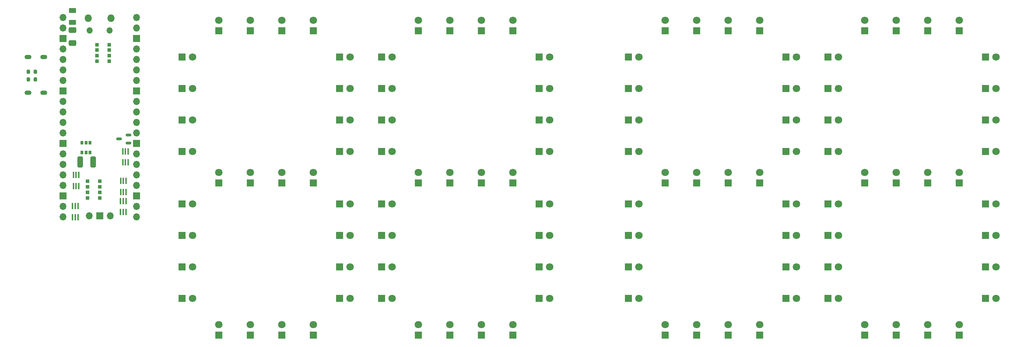
<source format=gbr>
%TF.GenerationSoftware,KiCad,Pcbnew,7.0.8*%
%TF.CreationDate,2023-11-29T08:53:45-05:00*%
%TF.ProjectId,clock,636c6f63-6b2e-46b6-9963-61645f706362,rev?*%
%TF.SameCoordinates,Original*%
%TF.FileFunction,Soldermask,Bot*%
%TF.FilePolarity,Negative*%
%FSLAX46Y46*%
G04 Gerber Fmt 4.6, Leading zero omitted, Abs format (unit mm)*
G04 Created by KiCad (PCBNEW 7.0.8) date 2023-11-29 08:53:45*
%MOMM*%
%LPD*%
G01*
G04 APERTURE LIST*
G04 Aperture macros list*
%AMRoundRect*
0 Rectangle with rounded corners*
0 $1 Rounding radius*
0 $2 $3 $4 $5 $6 $7 $8 $9 X,Y pos of 4 corners*
0 Add a 4 corners polygon primitive as box body*
4,1,4,$2,$3,$4,$5,$6,$7,$8,$9,$2,$3,0*
0 Add four circle primitives for the rounded corners*
1,1,$1+$1,$2,$3*
1,1,$1+$1,$4,$5*
1,1,$1+$1,$6,$7*
1,1,$1+$1,$8,$9*
0 Add four rect primitives between the rounded corners*
20,1,$1+$1,$2,$3,$4,$5,0*
20,1,$1+$1,$4,$5,$6,$7,0*
20,1,$1+$1,$6,$7,$8,$9,0*
20,1,$1+$1,$8,$9,$2,$3,0*%
G04 Aperture macros list end*
%ADD10R,1.800000X1.800000*%
%ADD11C,1.800000*%
%ADD12O,1.800000X1.800000*%
%ADD13O,1.500000X1.500000*%
%ADD14O,1.700000X1.700000*%
%ADD15R,1.700000X1.700000*%
%ADD16O,1.700000X1.100000*%
%ADD17RoundRect,0.250000X-0.400000X-1.075000X0.400000X-1.075000X0.400000X1.075000X-0.400000X1.075000X0*%
%ADD18R,0.400000X1.500000*%
%ADD19RoundRect,0.050000X-0.275000X-0.400000X0.275000X-0.400000X0.275000X0.400000X-0.275000X0.400000X0*%
%ADD20RoundRect,0.150000X0.512500X0.150000X-0.512500X0.150000X-0.512500X-0.150000X0.512500X-0.150000X0*%
%ADD21R,0.900000X0.900000*%
%ADD22RoundRect,0.250000X0.625000X-0.375000X0.625000X0.375000X-0.625000X0.375000X-0.625000X-0.375000X0*%
%ADD23RoundRect,0.200000X-0.200000X-0.275000X0.200000X-0.275000X0.200000X0.275000X-0.200000X0.275000X0*%
%ADD24RoundRect,0.250000X-0.650000X0.412500X-0.650000X-0.412500X0.650000X-0.412500X0.650000X0.412500X0*%
G04 APERTURE END LIST*
D10*
%TO.C,D104*%
X105151000Y-23870600D03*
D11*
X107691000Y-23870600D03*
%TD*%
D10*
%TO.C,D72*%
X143251000Y-46730600D03*
D11*
X145791000Y-46730600D03*
%TD*%
D10*
%TO.C,D1*%
X173731000Y-17520600D03*
D11*
X173731000Y-14980600D03*
%TD*%
D10*
%TO.C,D91*%
X213101000Y-67050600D03*
D11*
X215641000Y-67050600D03*
%TD*%
D10*
%TO.C,D43*%
X164841000Y-31490600D03*
D11*
X167381000Y-31490600D03*
%TD*%
D10*
%TO.C,D36*%
X164841000Y-59430600D03*
D11*
X167381000Y-59430600D03*
%TD*%
D10*
%TO.C,D5*%
X202941000Y-23870600D03*
D11*
X205481000Y-23870600D03*
%TD*%
D10*
%TO.C,D48*%
X56891000Y-23870600D03*
D11*
X59431000Y-23870600D03*
%TD*%
D10*
%TO.C,D22*%
X94991000Y-67050600D03*
D11*
X97531000Y-67050600D03*
%TD*%
D10*
%TO.C,D27*%
X181351000Y-91180600D03*
D11*
X181351000Y-88640600D03*
%TD*%
D10*
%TO.C,D53*%
X65781000Y-54350600D03*
D11*
X65781000Y-51810600D03*
%TD*%
D10*
%TO.C,D81*%
X244851000Y-91180600D03*
D11*
X244851000Y-88640600D03*
%TD*%
D10*
%TO.C,D52*%
X196591000Y-54350600D03*
D11*
X196591000Y-51810600D03*
%TD*%
D10*
%TO.C,D10*%
X73401000Y-17520600D03*
D11*
X73401000Y-14980600D03*
%TD*%
D10*
%TO.C,D21*%
X94991000Y-59430600D03*
D11*
X97531000Y-59430600D03*
%TD*%
D10*
%TO.C,D63*%
X129281000Y-17520600D03*
D11*
X129281000Y-14980600D03*
%TD*%
D10*
%TO.C,D59*%
X237231000Y-17520600D03*
D11*
X237231000Y-14980600D03*
%TD*%
D10*
%TO.C,D103*%
X105151000Y-31490600D03*
D11*
X107691000Y-31490600D03*
%TD*%
D10*
%TO.C,D51*%
X188971000Y-54350600D03*
D11*
X188971000Y-51810600D03*
%TD*%
D10*
%TO.C,D61*%
X114041000Y-17520600D03*
D11*
X114041000Y-14980600D03*
%TD*%
D10*
%TO.C,D45*%
X56891000Y-46730600D03*
D11*
X59431000Y-46730600D03*
%TD*%
D10*
%TO.C,D29*%
X88641000Y-91180600D03*
D11*
X88641000Y-88640600D03*
%TD*%
D10*
%TO.C,D90*%
X213101000Y-74670600D03*
D11*
X215641000Y-74670600D03*
%TD*%
D10*
%TO.C,D96*%
X105151000Y-59430600D03*
D11*
X107691000Y-59430600D03*
%TD*%
D10*
%TO.C,D40*%
X56891000Y-59430600D03*
D11*
X59431000Y-59430600D03*
%TD*%
D10*
%TO.C,D83*%
X229611000Y-91180600D03*
D11*
X229611000Y-88640600D03*
%TD*%
D10*
%TO.C,D19*%
X202941000Y-74670600D03*
D11*
X205481000Y-74670600D03*
%TD*%
D10*
%TO.C,D74*%
X251201000Y-67050600D03*
D11*
X253741000Y-67050600D03*
%TD*%
D10*
%TO.C,D26*%
X188971000Y-91180600D03*
D11*
X188971000Y-88640600D03*
%TD*%
D10*
%TO.C,D67*%
X251201000Y-39110600D03*
D11*
X253741000Y-39110600D03*
%TD*%
D10*
%TO.C,D70*%
X143251000Y-31490600D03*
D11*
X145791000Y-31490600D03*
%TD*%
D10*
%TO.C,D39*%
X56891000Y-67050600D03*
D11*
X59431000Y-67050600D03*
%TD*%
D10*
%TO.C,D56*%
X88641000Y-54350600D03*
D11*
X88641000Y-51810600D03*
%TD*%
D10*
%TO.C,D68*%
X251201000Y-46730600D03*
D11*
X253741000Y-46730600D03*
%TD*%
D10*
%TO.C,D64*%
X136901000Y-17520600D03*
D11*
X136901000Y-14980600D03*
%TD*%
D10*
%TO.C,D109*%
X114041000Y-54350600D03*
D11*
X114041000Y-51810600D03*
%TD*%
D10*
%TO.C,D69*%
X143251000Y-23870600D03*
D11*
X145791000Y-23870600D03*
%TD*%
D10*
%TO.C,D73*%
X251201000Y-59430600D03*
D11*
X253741000Y-59430600D03*
%TD*%
D10*
%TO.C,D89*%
X213101000Y-82290600D03*
D11*
X215641000Y-82290600D03*
%TD*%
D10*
%TO.C,D9*%
X65781000Y-17520600D03*
D11*
X65781000Y-14980600D03*
%TD*%
D10*
%TO.C,D4*%
X196591000Y-17520600D03*
D11*
X196591000Y-14980600D03*
%TD*%
D10*
%TO.C,D88*%
X114041000Y-91180600D03*
D11*
X114041000Y-88640600D03*
%TD*%
D10*
%TO.C,D28*%
X173731000Y-91180600D03*
D11*
X173731000Y-88640600D03*
%TD*%
D10*
%TO.C,D57*%
X221991000Y-17520600D03*
D11*
X221991000Y-14980600D03*
%TD*%
D12*
%TO.C,U1*%
X34206600Y-14455600D03*
D13*
X34506600Y-17485600D03*
X39356600Y-17485600D03*
D12*
X39656600Y-14455600D03*
D14*
X28041600Y-14325600D03*
X28041600Y-16865600D03*
D15*
X28041600Y-19405600D03*
D14*
X28041600Y-21945600D03*
X28041600Y-24485600D03*
X28041600Y-27025600D03*
X28041600Y-29565600D03*
D15*
X28041600Y-32105600D03*
D14*
X28041600Y-34645600D03*
X28041600Y-37185600D03*
X28041600Y-39725600D03*
X28041600Y-42265600D03*
D15*
X28041600Y-44805600D03*
D14*
X28041600Y-47345600D03*
X28041600Y-49885600D03*
X28041600Y-52425600D03*
X28041600Y-54965600D03*
D15*
X28041600Y-57505600D03*
D14*
X28041600Y-60045600D03*
X28041600Y-62585600D03*
X45821600Y-62585600D03*
X45821600Y-60045600D03*
D15*
X45821600Y-57505600D03*
D14*
X45821600Y-54965600D03*
X45821600Y-52425600D03*
X45821600Y-49885600D03*
X45821600Y-47345600D03*
D15*
X45821600Y-44805600D03*
D14*
X45821600Y-42265600D03*
X45821600Y-39725600D03*
X45821600Y-37185600D03*
X45821600Y-34645600D03*
D15*
X45821600Y-32105600D03*
D14*
X45821600Y-29565600D03*
X45821600Y-27025600D03*
X45821600Y-24485600D03*
X45821600Y-21945600D03*
D15*
X45821600Y-19405600D03*
D14*
X45821600Y-16865600D03*
X45821600Y-14325600D03*
X34391600Y-62355600D03*
D15*
X36931600Y-62355600D03*
D14*
X39471600Y-62355600D03*
%TD*%
D10*
%TO.C,D65*%
X251201000Y-23870600D03*
D11*
X253741000Y-23870600D03*
%TD*%
D10*
%TO.C,D24*%
X94991000Y-82290600D03*
D11*
X97531000Y-82290600D03*
%TD*%
D10*
%TO.C,D20*%
X202941000Y-82290600D03*
D11*
X205481000Y-82290600D03*
%TD*%
D10*
%TO.C,D37*%
X56891000Y-82290600D03*
D11*
X59431000Y-82290600D03*
%TD*%
D10*
%TO.C,D54*%
X73401000Y-54350600D03*
D11*
X73401000Y-51810600D03*
%TD*%
D10*
%TO.C,D80*%
X143251000Y-82290600D03*
D11*
X145791000Y-82290600D03*
%TD*%
D10*
%TO.C,D47*%
X56891000Y-31490600D03*
D11*
X59431000Y-31490600D03*
%TD*%
D10*
%TO.C,D34*%
X164841000Y-74670600D03*
D11*
X167381000Y-74670600D03*
%TD*%
D10*
%TO.C,D102*%
X105151000Y-39110600D03*
D11*
X107691000Y-39110600D03*
%TD*%
D10*
%TO.C,D35*%
X164841000Y-67050600D03*
D11*
X167381000Y-67050600D03*
%TD*%
D10*
%TO.C,D112*%
X136901000Y-54350600D03*
D11*
X136901000Y-51810600D03*
%TD*%
D10*
%TO.C,D71*%
X143251000Y-39110600D03*
D11*
X145791000Y-39110600D03*
%TD*%
D10*
%TO.C,D49*%
X173731000Y-54350600D03*
D11*
X173731000Y-51810600D03*
%TD*%
D10*
%TO.C,D17*%
X202941000Y-59430600D03*
D11*
X205481000Y-59430600D03*
%TD*%
D10*
%TO.C,D106*%
X229611000Y-54350600D03*
D11*
X229611000Y-51810600D03*
%TD*%
D10*
%TO.C,D32*%
X65781000Y-91180600D03*
D11*
X65781000Y-88640600D03*
%TD*%
D10*
%TO.C,D100*%
X213101000Y-23870600D03*
D11*
X215641000Y-23870600D03*
%TD*%
D10*
%TO.C,D55*%
X81021000Y-54350600D03*
D11*
X81021000Y-51810600D03*
%TD*%
D10*
%TO.C,D44*%
X164841000Y-23870600D03*
D11*
X167381000Y-23870600D03*
%TD*%
D10*
%TO.C,D15*%
X94991000Y-39110600D03*
D11*
X97531000Y-39110600D03*
%TD*%
D10*
%TO.C,D99*%
X213101000Y-31490600D03*
D11*
X215641000Y-31490600D03*
%TD*%
D10*
%TO.C,D108*%
X244851000Y-54350600D03*
D11*
X244851000Y-51810600D03*
%TD*%
D10*
%TO.C,D66*%
X251201000Y-31490600D03*
D11*
X253741000Y-31490600D03*
%TD*%
D10*
%TO.C,D58*%
X229611000Y-17520600D03*
D11*
X229611000Y-14980600D03*
%TD*%
D10*
%TO.C,D110*%
X121661000Y-54350600D03*
D11*
X121661000Y-51810600D03*
%TD*%
D10*
%TO.C,D23*%
X94991000Y-74670600D03*
D11*
X97531000Y-74670600D03*
%TD*%
D10*
%TO.C,D33*%
X164841000Y-82290600D03*
D11*
X167381000Y-82290600D03*
%TD*%
D10*
%TO.C,D92*%
X213101000Y-59430600D03*
D11*
X215641000Y-59430600D03*
%TD*%
D10*
%TO.C,D7*%
X202941000Y-39110600D03*
D11*
X205481000Y-39110600D03*
%TD*%
D16*
%TO.C,J3*%
X23389600Y-23876000D03*
X19589600Y-23876000D03*
X23389600Y-32516000D03*
X19589600Y-32516000D03*
%TD*%
D10*
%TO.C,D82*%
X237231000Y-91180600D03*
D11*
X237231000Y-88640600D03*
%TD*%
D10*
%TO.C,D79*%
X143251000Y-74670600D03*
D11*
X145791000Y-74670600D03*
%TD*%
D10*
%TO.C,D30*%
X81021000Y-91180600D03*
D11*
X81021000Y-88640600D03*
%TD*%
D10*
%TO.C,D95*%
X105151000Y-67050600D03*
D11*
X107691000Y-67050600D03*
%TD*%
D10*
%TO.C,D16*%
X94991000Y-46730600D03*
D11*
X97531000Y-46730600D03*
%TD*%
D10*
%TO.C,D13*%
X94991000Y-23870600D03*
D11*
X97531000Y-23870600D03*
%TD*%
D10*
%TO.C,D60*%
X244851000Y-17520600D03*
D11*
X244851000Y-14980600D03*
%TD*%
D10*
%TO.C,D2*%
X181351000Y-17520600D03*
D11*
X181351000Y-14980600D03*
%TD*%
D10*
%TO.C,D11*%
X81021000Y-17520600D03*
D11*
X81021000Y-14980600D03*
%TD*%
D10*
%TO.C,D101*%
X105151000Y-46730600D03*
D11*
X107691000Y-46730600D03*
%TD*%
D10*
%TO.C,D50*%
X181351000Y-54350600D03*
D11*
X181351000Y-51810600D03*
%TD*%
D10*
%TO.C,D86*%
X129281000Y-91180600D03*
D11*
X129281000Y-88640600D03*
%TD*%
D10*
%TO.C,D3*%
X188971000Y-17520600D03*
D11*
X188971000Y-14980600D03*
%TD*%
D10*
%TO.C,D76*%
X251201000Y-82290600D03*
D11*
X253741000Y-82290600D03*
%TD*%
D10*
%TO.C,D14*%
X94991000Y-31490600D03*
D11*
X97531000Y-31490600D03*
%TD*%
D10*
%TO.C,D78*%
X143251000Y-67050600D03*
D11*
X145791000Y-67050600D03*
%TD*%
D10*
%TO.C,D42*%
X164841000Y-39110600D03*
D11*
X167381000Y-39110600D03*
%TD*%
D10*
%TO.C,D97*%
X213101000Y-46730600D03*
D11*
X215641000Y-46730600D03*
%TD*%
D10*
%TO.C,D98*%
X213101000Y-39110600D03*
D11*
X215641000Y-39110600D03*
%TD*%
D10*
%TO.C,D94*%
X105151000Y-74670600D03*
D11*
X107691000Y-74670600D03*
%TD*%
D10*
%TO.C,D38*%
X56891000Y-74670600D03*
D11*
X59431000Y-74670600D03*
%TD*%
D10*
%TO.C,D85*%
X136901000Y-91180600D03*
D11*
X136901000Y-88640600D03*
%TD*%
D10*
%TO.C,D77*%
X143251000Y-59430600D03*
D11*
X145791000Y-59430600D03*
%TD*%
D10*
%TO.C,D8*%
X202941000Y-46730600D03*
D11*
X205481000Y-46730600D03*
%TD*%
D10*
%TO.C,D93*%
X105151000Y-82290600D03*
D11*
X107691000Y-82290600D03*
%TD*%
D10*
%TO.C,D41*%
X164841000Y-46730600D03*
D11*
X167381000Y-46730600D03*
%TD*%
D10*
%TO.C,D12*%
X88641000Y-17520600D03*
D11*
X88641000Y-14980600D03*
%TD*%
D10*
%TO.C,D25*%
X196591000Y-91180600D03*
D11*
X196591000Y-88640600D03*
%TD*%
D10*
%TO.C,D105*%
X221991000Y-54350600D03*
D11*
X221991000Y-51810600D03*
%TD*%
D10*
%TO.C,D31*%
X73401000Y-91180600D03*
D11*
X73401000Y-88640600D03*
%TD*%
D10*
%TO.C,D18*%
X202941000Y-67050600D03*
D11*
X205481000Y-67050600D03*
%TD*%
D10*
%TO.C,D107*%
X237231000Y-54350600D03*
D11*
X237231000Y-51810600D03*
%TD*%
D10*
%TO.C,D75*%
X251201000Y-74670600D03*
D11*
X253741000Y-74670600D03*
%TD*%
D10*
%TO.C,D87*%
X121661000Y-91180600D03*
D11*
X121661000Y-88640600D03*
%TD*%
D10*
%TO.C,D84*%
X221991000Y-91180600D03*
D11*
X221991000Y-88640600D03*
%TD*%
D10*
%TO.C,D46*%
X56891000Y-39110600D03*
D11*
X59431000Y-39110600D03*
%TD*%
D10*
%TO.C,D111*%
X129281000Y-54350600D03*
D11*
X129281000Y-51810600D03*
%TD*%
D10*
%TO.C,D6*%
X202941000Y-31490600D03*
D11*
X205481000Y-31490600D03*
%TD*%
D10*
%TO.C,D62*%
X121661000Y-17520600D03*
D11*
X121661000Y-14980600D03*
%TD*%
D17*
%TO.C,R1*%
X32232000Y-49326800D03*
X35332000Y-49326800D03*
%TD*%
D18*
%TO.C,Q3*%
X43281600Y-61417200D03*
X42631600Y-61417200D03*
X41981600Y-61417200D03*
X41981600Y-58757200D03*
X42631600Y-58757200D03*
X43281600Y-58757200D03*
%TD*%
%TO.C,Q4*%
X43322000Y-56549600D03*
X42672000Y-56549600D03*
X42022000Y-56549600D03*
X42022000Y-53889600D03*
X42672000Y-53889600D03*
X43322000Y-53889600D03*
%TD*%
D19*
%TO.C,U2*%
X32694800Y-44602400D03*
X33644800Y-44602400D03*
X34594800Y-44602400D03*
X34594800Y-47002400D03*
X33644800Y-47002400D03*
X32694800Y-47002400D03*
%TD*%
D18*
%TO.C,Q5*%
X43830000Y-49377600D03*
X43180000Y-49377600D03*
X42530000Y-49377600D03*
X42530000Y-46717600D03*
X43180000Y-46717600D03*
X43830000Y-46717600D03*
%TD*%
D20*
%TO.C,Q6*%
X43911100Y-42788800D03*
X43911100Y-44688800D03*
X41636100Y-43738800D03*
%TD*%
D21*
%TO.C,RN1*%
X36271200Y-24892000D03*
X36271200Y-23552000D03*
X36271200Y-22232000D03*
X36271200Y-20892000D03*
X39271200Y-20892000D03*
X39271200Y-22232000D03*
X39271200Y-23552000D03*
X39271200Y-24892000D03*
%TD*%
D18*
%TO.C,Q7*%
X30388800Y-59994800D03*
X31038800Y-59994800D03*
X31688800Y-59994800D03*
X31688800Y-62654800D03*
X31038800Y-62654800D03*
X30388800Y-62654800D03*
%TD*%
D22*
%TO.C,D*%
X30378400Y-15471600D03*
X30378400Y-12671600D03*
%TD*%
D18*
%TO.C,Q2*%
X30592000Y-52458000D03*
X31242000Y-52458000D03*
X31892000Y-52458000D03*
X31892000Y-55118000D03*
X31242000Y-55118000D03*
X30592000Y-55118000D03*
%TD*%
D23*
%TO.C,R2*%
X19723600Y-27442000D03*
X21373600Y-27442000D03*
%TD*%
D24*
%TO.C,C1*%
X30378400Y-17373600D03*
X30378400Y-20498600D03*
%TD*%
D21*
%TO.C,RN2*%
X33982400Y-57982000D03*
X33982400Y-56642000D03*
X33982400Y-55322000D03*
X33982400Y-53982000D03*
X36982400Y-53982000D03*
X36982400Y-55322000D03*
X36982400Y-56642000D03*
X36982400Y-57982000D03*
%TD*%
D23*
%TO.C,R3*%
X19723600Y-29347000D03*
X21373600Y-29347000D03*
%TD*%
M02*

</source>
